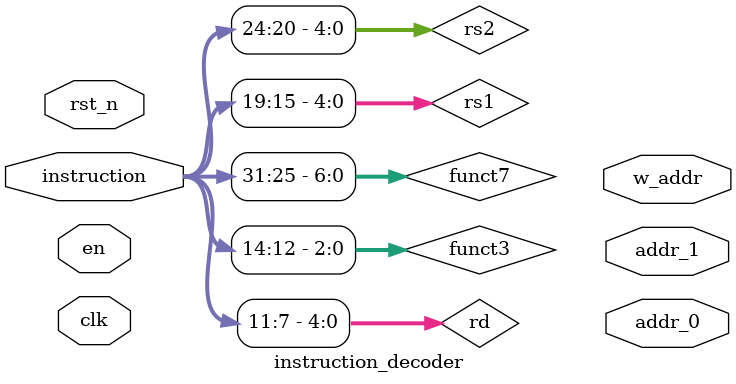
<source format=v>
module instruction_decoder#(
    parameter XLEN = 32,
    parameter OPCODE_LEN = 7,
	parameter REG_FILE_DEPTH = 32,
    parameter REG_FILE_ADDR_LEN = $clog2(REG_FILE_DEPTH)
)(
    input clk,
    input rst_n,
    input en,

    input [XLEN-1:0] instruction,
    
    output [REG_FILE_ADDR_LEN-1:0] addr_0,
    output [REG_FILE_ADDR_LEN-1:0] addr_1,
    output [REG_FILE_ADDR_LEN-1:0] w_addr
);


    reg instr_beq, instr_bne, instr_blt, instr_bge, instr_bltu, instr_bgeu, instr_addi, instr_slti, instr_sltiu, instr_xori, instr_ori, instr_andi, instr_add, instr_sub, instr_sll, instr_slt, instr_sltu, instr_xor, instr_srl, instr_sra, instr_or, instr_and;

    // Following registers are indicating the instruction type
    reg is_type_R, is_type_I, is_type_S, is_type_U;

    // Following registers are holding different parts of the instruction
    // Validity of the data contain in them depends on the tpe of instruction
    reg [2:0] funct3;
    reg [6:0] funct7;
    reg [REG_FILE_ADDR_LEN-1:0] rs1, rs2, rd;


    // reset instruction registers
    always @(negedge clk) begin 
        if (!rst_n) begin
            instr_beq   <= 0;
            instr_bne   <= 0;
            instr_blt   <= 0;
            instr_bge   <= 0;
            instr_bltu  <= 0;
            instr_bgeu  <= 0;

            instr_addi  <= 0;
            instr_slti  <= 0;
            instr_sltiu <= 0;
            instr_xori  <= 0;
            instr_ori   <= 0;
            instr_andi  <= 0;

            instr_add   <= 0;
            instr_sub   <= 0;
            instr_sll   <= 0;
            instr_slt   <= 0;
            instr_sltu  <= 0;
            instr_xor   <= 0;
            instr_srl   <= 0;
            instr_sra   <= 0;
            instr_or    <= 0;
            instr_and   <= 0;
        end
    end

    always @(*) begin
        is_type_R  = (instruction[OPCODE_LEN-1:0] == 7'b0110011);
        is_type_I  = (instruction[OPCODE_LEN-1:0] == 7'b0010011);
        is_type_S  = (instruction[OPCODE_LEN-1:0] == 7'b0100011);
        is_type_U  = (instruction[OPCODE_LEN-1:0] == 7'b0000011);

        funct3 = instruction[14:12];
        funct7 = instruction[31:25];
        rd     = instruction[11:7];
        rs1    = instruction[19:15];
        rs2    = instruction[24:20];
    end

endmodule

</source>
